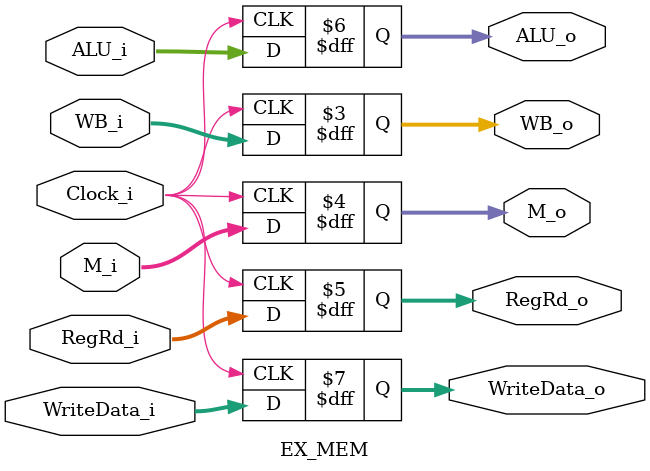
<source format=v>
module EX_MEM(
    Clock_i,
    WB_i,
    M_i,
    ALU_i,
    RegRd_i,
    WriteData_i,
    WB_o,
    M_o,
    ALU_o,
    RegRd_o,
    WriteData_o
);

input Clock_i;
input [1:0] WB_i;
input [1:0] M_i;
input [4:0] RegRd_i;
input [31:0] ALU_i, WriteData_i;

output [1:0] WB_o;
output [1:0] M_o;
output [4:0] RegRd_o;
output [31:0] ALU_o, WriteData_o;

reg [1:0] WB_o;
reg [1:0] M_o;
reg [4:0] RegRd_o;
reg [31:0] ALU_o, WriteData_o;

initial begin
    WB_o = 0;
    M_o = 0;
    RegRd_o = 0;
    ALU_o = 0;
    WriteData_o = 0;
end

always@(posedge Clock_i)
begin
    WB_o <= WB_i;
    M_o <= M_i;
    RegRd_o <= RegRd_i;
    ALU_o <= ALU_i;
    WriteData_o <= WriteData_i;
end

endmodule
</source>
